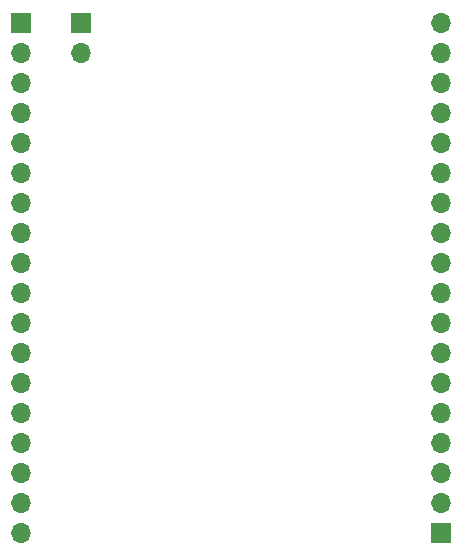
<source format=gbs>
%TF.GenerationSoftware,KiCad,Pcbnew,7.0.0-da2b9df05c~163~ubuntu20.04.1*%
%TF.CreationDate,2023-05-09T10:41:35+01:00*%
%TF.ProjectId,KiCAD_Board_3_Minimal_Full_RP2040,4b694341-445f-4426-9f61-72645f335f4d,rev?*%
%TF.SameCoordinates,Original*%
%TF.FileFunction,Soldermask,Bot*%
%TF.FilePolarity,Negative*%
%FSLAX46Y46*%
G04 Gerber Fmt 4.6, Leading zero omitted, Abs format (unit mm)*
G04 Created by KiCad (PCBNEW 7.0.0-da2b9df05c~163~ubuntu20.04.1) date 2023-05-09 10:41:35*
%MOMM*%
%LPD*%
G01*
G04 APERTURE LIST*
%ADD10R,1.700000X1.700000*%
%ADD11O,1.700000X1.700000*%
G04 APERTURE END LIST*
D10*
%TO.C,J3*%
X101599999Y-43179999D03*
D11*
X101599999Y-45719999D03*
X101599999Y-48259999D03*
X101599999Y-50799999D03*
X101599999Y-53339999D03*
X101599999Y-55879999D03*
X101599999Y-58419999D03*
X101599999Y-60959999D03*
X101599999Y-63499999D03*
X101599999Y-66039999D03*
X101599999Y-68579999D03*
X101599999Y-71119999D03*
X101599999Y-73659999D03*
X101599999Y-76199999D03*
X101599999Y-78739999D03*
X101599999Y-81279999D03*
X101599999Y-83819999D03*
X101599999Y-86359999D03*
%TD*%
D10*
%TO.C,J1*%
X106679999Y-43179999D03*
D11*
X106679999Y-45719999D03*
%TD*%
D10*
%TO.C,J5*%
X137159999Y-86359999D03*
D11*
X137159999Y-83819999D03*
X137159999Y-81279999D03*
X137159999Y-78739999D03*
X137159999Y-76199999D03*
X137159999Y-73659999D03*
X137159999Y-71119999D03*
X137159999Y-68579999D03*
X137159999Y-66039999D03*
X137159999Y-63499999D03*
X137159999Y-60959999D03*
X137159999Y-58419999D03*
X137159999Y-55879999D03*
X137159999Y-53339999D03*
X137159999Y-50799999D03*
X137159999Y-48259999D03*
X137159999Y-45719999D03*
X137159999Y-43179999D03*
%TD*%
M02*

</source>
